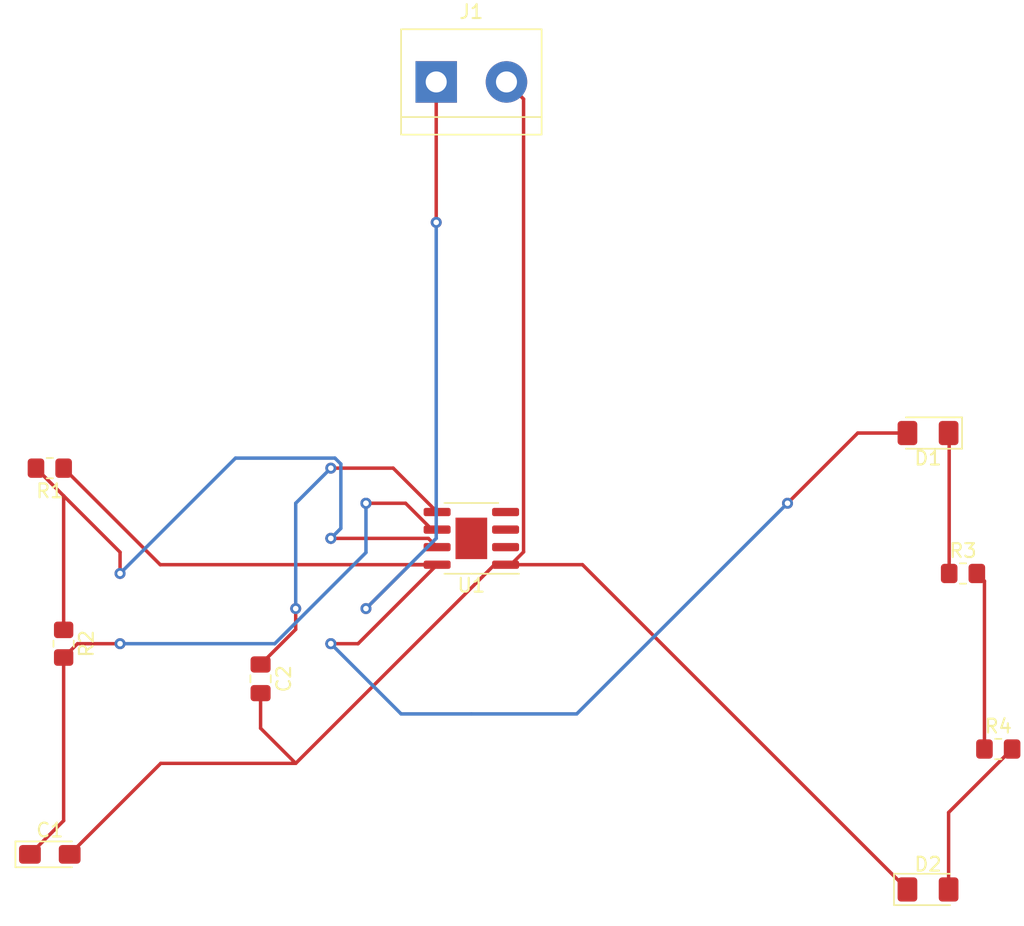
<source format=kicad_pcb>
(kicad_pcb (version 20211014) (generator pcbnew)
  (layers (0 "F.Cu" signal) (31 "B.Cu" signal) (34 "B.Paste" user) (35 "F.Paste" user) (36 "B.SilkS" user "B.Silkscreen") (37 "F.SilkS" user "F.Silkscreen") (38 "B.Mask" user) (39 "F.Mask" user) (44 "Edge.Cuts" user))
  (net 0 "")
  (net 1 "Net-(C1-Pad1)")
  (net 2 "GND")
  (net 3 "Net-(C2-Pad1)")
  (net 4 "Net-(D1-Pad1)")
  (net 5 "+9V")
  (net 6 "Net-(D2-Pad2)")
  (net 7 "Net-(R1-Pad2)")
  (net 8 "Net-(R3-Pad2)")
  (footprint "Capacitor_SMD:C_0805_2012Metric_Pad1.18x1.45mm_HandSolder" (layer "F.Cu") (at 134.62 88.9 -90)
    (fp_text reference "C2" (at 0 -1.68 90) (layer "F.SilkS"))
    (fp_text value "0.01microF")
    (fp_line (start -0.261252 -0.735) (end 0.261252 -0.735) (layer "F.SilkS") (width 0.12))
    (fp_line (start -0.261252 0.735) (end 0.261252 0.735) (layer "F.SilkS") (width 0.12))
    (pad "1" smd roundrect (at -1.0375 0 270) (size 1.175 1.45) (layers "F.Cu" "F.Paste" "F.Mask") (roundrect_rratio 0.212766) (net 3 "Net-(C2-Pad1)"))
    (pad "2" smd roundrect (at 1.0375 0 270) (size 1.175 1.45) (layers "F.Cu" "F.Paste" "F.Mask") (roundrect_rratio 0.212766) (net 2 "GND"))
  )
  (footprint "Resistor_SMD:R_0805_2012Metric_Pad1.20x1.40mm_HandSolder" (layer "F.Cu") (at 185.41 81.28)
    (fp_text reference "R3" (at 0 -1.65) (layer "F.SilkS"))
    (fp_text value "1k")
    (fp_line (start -0.227064 0.735) (end 0.227064 0.735) (layer "F.SilkS") (width 0.12))
    (fp_line (start -0.227064 -0.735) (end 0.227064 -0.735) (layer "F.SilkS") (width 0.12))
    (pad "1" smd roundrect (at -1 0) (size 1.2 1.4) (layers "F.Cu" "F.Paste" "F.Mask") (roundrect_rratio 0.208333) (net 4 "Net-(D1-Pad1)"))
    (pad "2" smd roundrect (at 1 0) (size 1.2 1.4) (layers "F.Cu" "F.Paste" "F.Mask") (roundrect_rratio 0.208333) (net 8 "Net-(R3-Pad2)"))
  )
  (footprint "Package_SO:SOIC-8-1EP_3.9x4.9mm_P1.27mm_EP2.29x3mm" (layer "F.Cu") (at 149.86 78.74 180)
    (fp_text reference "U1" (at 0 -3.4) (layer "F.SilkS"))
    (fp_text value "NE555D")
    (fp_line (start 0 2.56) (end 1.95 2.56) (layer "F.SilkS") (width 0.12))
    (fp_line (start 0 -2.56) (end 1.95 -2.56) (layer "F.SilkS") (width 0.12))
    (fp_line (start 0 2.56) (end -1.95 2.56) (layer "F.SilkS") (width 0.12))
    (fp_line (start 0 -2.56) (end -3.45 -2.56) (layer "F.SilkS") (width 0.12))
    (pad "1" smd roundrect (at -2.475 -1.905 180) (size 1.95 0.6) (layers "F.Cu" "F.Paste" "F.Mask") (net 2 "GND"))
    (pad "2" smd roundrect (at -2.475 -0.635 180) (size 1.95 0.6) (layers "F.Cu" "F.Paste" "F.Mask"))
    (pad "3" smd roundrect (at -2.475 0.635 180) (size 1.95 0.6) (layers "F.Cu" "F.Paste" "F.Mask"))
    (pad "4" smd roundrect (at -2.475 1.905 180) (size 1.95 0.6) (layers "F.Cu" "F.Paste" "F.Mask"))
    (pad "5" smd roundrect (at 2.475 1.905 180) (size 1.95 0.6) (layers "F.Cu" "F.Paste" "F.Mask") (net 3 "Net-(C2-Pad1)"))
    (pad "6" smd roundrect (at 2.475 0.635 180) (size 1.95 0.6) (layers "F.Cu" "F.Paste" "F.Mask") (net 1 "Net-(C1-Pad1)"))
    (pad "7" smd roundrect (at 2.475 -0.635 180) (size 1.95 0.6) (layers "F.Cu" "F.Paste" "F.Mask") (net 7 "Net-(R1-Pad2)"))
    (pad "8" smd roundrect (at 2.475 -1.905 180) (size 1.95 0.6) (layers "F.Cu" "F.Paste" "F.Mask") (net 5 "+9V"))
    (pad "9" smd rect (at 0 0 180) (size 2.29 3) (layers "F.Cu" "F.Mask"))
  )
  (footprint "Capacitor_Tantalum_SMD:CP_EIA-3216-18_Kemet-A_Pad1.58x1.35mm_HandSolder" (layer "F.Cu") (at 119.38 101.6)
    (fp_text reference "C1" (at 0 -1.75) (layer "F.SilkS"))
    (fp_text value "10microF")
    (fp_line (start 1.6 -0.935) (end -2.485 -0.935) (layer "F.SilkS") (width 0.12))
    (fp_line (start -2.485 -0.935) (end -2.485 0.935) (layer "F.SilkS") (width 0.12))
    (fp_line (start -2.485 0.935) (end 1.6 0.935) (layer "F.SilkS") (width 0.12))
    (pad "1" smd roundrect (at -1.4375 0) (size 1.575 1.35) (layers "F.Cu" "F.Paste" "F.Mask") (roundrect_rratio 0.185185) (net 1 "Net-(C1-Pad1)"))
    (pad "2" smd roundrect (at 1.4375 0) (size 1.575 1.35) (layers "F.Cu" "F.Paste" "F.Mask") (roundrect_rratio 0.185185) (net 2 "GND"))
  )
  (footprint "TerminalBlock:TerminalBlock_bornier-2_P5.08mm" (layer "F.Cu") (at 147.32 45.72)
    (fp_text reference "J1" (at 2.54 -5.08) (layer "F.SilkS"))
    (fp_text value "Conn_01x02_Male")
    (fp_line (start 7.62 3.81) (end 7.62 -3.81) (layer "F.SilkS") (width 0.12))
    (fp_line (start -2.54 3.81) (end 7.62 3.81) (layer "F.SilkS") (width 0.12))
    (fp_line (start 7.62 2.54) (end -2.54 2.54) (layer "F.SilkS") (width 0.12))
    (fp_line (start -2.54 -3.81) (end -2.54 3.81) (layer "F.SilkS") (width 0.12))
    (fp_line (start 7.62 -3.81) (end -2.54 -3.81) (layer "F.SilkS") (width 0.12))
    (pad "1" thru_hole rect (at 0 0) (size 3 3) (drill 1.52) (layers *.Cu *.Mask) (net 5 "+9V"))
    (pad "2" thru_hole circle (at 5.08 0) (size 3 3) (drill 1.52) (layers *.Cu *.Mask) (net 2 "GND"))
  )
  (footprint "Resistor_SMD:R_0805_2012Metric_Pad1.20x1.40mm_HandSolder" (layer "F.Cu") (at 119.38 73.66 180)
    (fp_text reference "R1" (at 0 -1.65) (layer "F.SilkS"))
    (fp_text value "1k")
    (fp_line (start -0.227064 0.735) (end 0.227064 0.735) (layer "F.SilkS") (width 0.12))
    (fp_line (start -0.227064 -0.735) (end 0.227064 -0.735) (layer "F.SilkS") (width 0.12))
    (pad "1" smd roundrect (at -1 0 180) (size 1.2 1.4) (layers "F.Cu" "F.Paste" "F.Mask") (roundrect_rratio 0.208333) (net 5 "+9V"))
    (pad "2" smd roundrect (at 1 0 180) (size 1.2 1.4) (layers "F.Cu" "F.Paste" "F.Mask") (roundrect_rratio 0.208333) (net 7 "Net-(R1-Pad2)"))
  )
  (footprint "LED_SMD:LED_1206_3216Metric_Pad1.42x1.75mm_HandSolder" (layer "F.Cu") (at 182.88 71.12 180)
    (fp_text reference "D1" (at 0 -1.82) (layer "F.SilkS"))
    (fp_text value "LED")
    (fp_line (start -2.46 -1.135) (end -2.46 1.135) (layer "F.SilkS") (width 0.12))
    (fp_line (start 1.6 -1.135) (end -2.46 -1.135) (layer "F.SilkS") (width 0.12))
    (fp_line (start -2.46 1.135) (end 1.6 1.135) (layer "F.SilkS") (width 0.12))
    (pad "1" smd roundrect (at -1.4875 0 180) (size 1.425 1.75) (layers "F.Cu" "F.Paste" "F.Mask") (roundrect_rratio 0.175439) (net 4 "Net-(D1-Pad1)"))
    (pad "2" smd roundrect (at 1.4875 0 180) (size 1.425 1.75) (layers "F.Cu" "F.Paste" "F.Mask") (roundrect_rratio 0.175439) (net 5 "+9V"))
  )
  (footprint "Resistor_SMD:R_0805_2012Metric_Pad1.20x1.40mm_HandSolder" (layer "F.Cu") (at 120.38 86.36 -90)
    (fp_text reference "R2" (at 0 -1.65 90) (layer "F.SilkS"))
    (fp_text value "10k")
    (fp_line (start -0.227064 -0.735) (end 0.227064 -0.735) (layer "F.SilkS") (width 0.12))
    (fp_line (start -0.227064 0.735) (end 0.227064 0.735) (layer "F.SilkS") (width 0.12))
    (pad "1" smd roundrect (at -1 0 270) (size 1.2 1.4) (layers "F.Cu" "F.Paste" "F.Mask") (roundrect_rratio 0.208333) (net 7 "Net-(R1-Pad2)"))
    (pad "2" smd roundrect (at 1 0 270) (size 1.2 1.4) (layers "F.Cu" "F.Paste" "F.Mask") (roundrect_rratio 0.208333) (net 1 "Net-(C1-Pad1)"))
  )
  (footprint "LED_SMD:LED_1206_3216Metric_Pad1.42x1.75mm_HandSolder" (layer "F.Cu") (at 182.88 104.14)
    (fp_text reference "D2" (at 0 -1.82) (layer "F.SilkS"))
    (fp_text value "LED")
    (fp_line (start -2.46 1.135) (end 1.6 1.135) (layer "F.SilkS") (width 0.12))
    (fp_line (start -2.46 -1.135) (end -2.46 1.135) (layer "F.SilkS") (width 0.12))
    (fp_line (start 1.6 -1.135) (end -2.46 -1.135) (layer "F.SilkS") (width 0.12))
    (pad "1" smd roundrect (at -1.4875 0) (size 1.425 1.75) (layers "F.Cu" "F.Paste" "F.Mask") (roundrect_rratio 0.175439) (net 2 "GND"))
    (pad "2" smd roundrect (at 1.4875 0) (size 1.425 1.75) (layers "F.Cu" "F.Paste" "F.Mask") (roundrect_rratio 0.175439) (net 6 "Net-(D2-Pad2)"))
  )
  (footprint "Resistor_SMD:R_0805_2012Metric_Pad1.20x1.40mm_HandSolder" (layer "F.Cu") (at 187.96 93.98)
    (fp_text reference "R4" (at 0 -1.65) (layer "F.SilkS"))
    (fp_text value "1k")
    (fp_line (start -0.227064 -0.735) (end 0.227064 -0.735) (layer "F.SilkS") (width 0.12))
    (fp_line (start -0.227064 0.735) (end 0.227064 0.735) (layer "F.SilkS") (width 0.12))
    (pad "1" smd roundrect (at -1 0) (size 1.2 1.4) (layers "F.Cu" "F.Paste" "F.Mask") (roundrect_rratio 0.208333) (net 8 "Net-(R3-Pad2)"))
    (pad "2" smd roundrect (at 1 0) (size 1.2 1.4) (layers "F.Cu" "F.Paste" "F.Mask") (roundrect_rratio 0.208333) (net 6 "Net-(D2-Pad2)"))
  )
  (segment (start 120.38 87.36) (end 121.38 86.36) (width 0.25) (layer "F.Cu") (net 1))
  (segment (start 120.38 99.1625) (end 117.9425 101.6) (width 0.25) (layer "F.Cu") (net 1))
  (segment (start 120.38 87.36) (end 120.38 99.1625) (width 0.25) (layer "F.Cu") (net 1))
  (segment (start 147.008249 78.105) (end 145.103249 76.2) (width 0.25) (layer "F.Cu") (net 1))
  (segment (start 145.103249 76.2) (end 142.24 76.2) (width 0.25) (layer "F.Cu") (net 1))
  (segment (start 147.385 78.105) (end 147.008249 78.105) (width 0.25) (layer "F.Cu") (net 1))
  (segment (start 121.38 86.36) (end 124.46 86.36) (width 0.25) (layer "F.Cu") (net 1))
  (via (at 142.24 76.2) (size 0.8) (drill 0.4) (layers "F.Cu" "B.Cu") (net 1))
  (via (at 124.46 86.36) (size 0.8) (drill 0.4) (layers "F.Cu" "B.Cu") (net 1))
  (via (at 142.24 76.2) (size 0.8) (drill 0.4) (layers "F.Cu" "B.Cu") (net 1))
  (segment (start 142.24 79.765305) (end 135.645305 86.36) (width 0.25) (layer "B.Cu") (net 1))
  (segment (start 142.24 76.2) (end 142.24 79.765305) (width 0.25) (layer "B.Cu") (net 1))
  (segment (start 135.645305 86.36) (end 124.46 86.36) (width 0.25) (layer "B.Cu") (net 1))
  (segment (start 151.5325 80.645) (end 137.16 95.0175) (width 0.25) (layer "F.Cu") (net 2))
  (segment (start 157.8975 80.645) (end 181.3925 104.14) (width 0.25) (layer "F.Cu") (net 2))
  (segment (start 152.335 80.645) (end 152.711751 80.645) (width 0.25) (layer "F.Cu") (net 2))
  (segment (start 152.335 80.645) (end 157.8975 80.645) (width 0.25) (layer "F.Cu") (net 2))
  (segment (start 137.16 95.0175) (end 134.62 92.4775) (width 0.25) (layer "F.Cu") (net 2))
  (segment (start 153.635 79.721751) (end 153.635 46.955) (width 0.25) (layer "F.Cu") (net 2))
  (segment (start 152.711751 80.645) (end 153.635 79.721751) (width 0.25) (layer "F.Cu") (net 2))
  (segment (start 153.635 46.955) (end 152.4 45.72) (width 0.25) (layer "F.Cu") (net 2))
  (segment (start 152.335 80.645) (end 151.5325 80.645) (width 0.25) (layer "F.Cu") (net 2))
  (segment (start 134.62 92.4775) (end 134.62 89.9375) (width 0.25) (layer "F.Cu") (net 2))
  (segment (start 127.4 95.0175) (end 120.8175 101.6) (width 0.25) (layer "F.Cu") (net 2))
  (segment (start 137.16 95.0175) (end 127.4 95.0175) (width 0.25) (layer "F.Cu") (net 2))
  (segment (start 134.62 87.8625) (end 137.16 85.3225) (width 0.25) (layer "F.Cu") (net 3))
  (segment (start 147.385 76.835) (end 144.21 73.66) (width 0.25) (layer "F.Cu") (net 3))
  (segment (start 144.21 73.66) (end 139.7 73.66) (width 0.25) (layer "F.Cu") (net 3))
  (segment (start 137.16 85.3225) (end 137.16 83.82) (width 0.25) (layer "F.Cu") (net 3))
  (via (at 137.16 83.82) (size 0.8) (drill 0.4) (layers "F.Cu" "B.Cu") (net 3))
  (via (at 139.7 73.66) (size 0.8) (drill 0.4) (layers "F.Cu" "B.Cu") (net 3))
  (segment (start 137.16 76.2) (end 139.7 73.66) (width 0.25) (layer "B.Cu") (net 3))
  (segment (start 137.16 83.82) (end 137.16 76.2) (width 0.25) (layer "B.Cu") (net 3))
  (segment (start 184.41 71.1625) (end 184.3675 71.12) (width 0.25) (layer "F.Cu") (net 4))
  (segment (start 184.41 81.28) (end 184.41 71.1625) (width 0.25) (layer "F.Cu") (net 4))
  (segment (start 147.32 45.72) (end 147.32 55.88) (width 0.25) (layer "F.Cu") (net 5))
  (segment (start 127.365 80.645) (end 120.38 73.66) (width 0.25) (layer "F.Cu") (net 5))
  (segment (start 181.3925 71.12) (end 177.8 71.12) (width 0.25) (layer "F.Cu") (net 5))
  (segment (start 147.385 80.645) (end 127.365 80.645) (width 0.25) (layer "F.Cu") (net 5))
  (segment (start 145.415 80.645) (end 142.24 83.82) (width 0.25) (layer "F.Cu") (net 5))
  (segment (start 177.8 71.12) (end 172.72 76.2) (width 0.25) (layer "F.Cu") (net 5))
  (segment (start 147.385 80.645) (end 145.415 80.645) (width 0.25) (layer "F.Cu") (net 5))
  (segment (start 141.67 86.36) (end 139.7 86.36) (width 0.25) (layer "F.Cu") (net 5))
  (segment (start 147.385 80.645) (end 141.67 86.36) (width 0.25) (layer "F.Cu") (net 5))
  (via (at 147.32 55.88) (size 0.8) (drill 0.4) (layers "F.Cu" "B.Cu") (net 5))
  (via (at 139.7 86.36) (size 0.8) (drill 0.4) (layers "F.Cu" "B.Cu") (net 5))
  (via (at 142.24 83.82) (size 0.8) (drill 0.4) (layers "F.Cu" "B.Cu") (net 5))
  (via (at 139.7 86.36) (size 0.8) (drill 0.4) (layers "F.Cu" "B.Cu") (net 5))
  (via (at 172.72 76.2) (size 0.8) (drill 0.4) (layers "F.Cu" "B.Cu") (net 5))
  (segment (start 147.32 78.74) (end 142.24 83.82) (width 0.25) (layer "B.Cu") (net 5))
  (segment (start 157.48 91.44) (end 149.86 91.44) (width 0.25) (layer "B.Cu") (net 5))
  (segment (start 172.72 76.2) (end 157.48 91.44) (width 0.25) (layer "B.Cu") (net 5))
  (segment (start 144.78 91.44) (end 139.7 86.36) (width 0.25) (layer "B.Cu") (net 5))
  (segment (start 147.32 55.88) (end 147.32 78.74) (width 0.25) (layer "B.Cu") (net 5))
  (segment (start 149.86 91.44) (end 144.78 91.44) (width 0.25) (layer "B.Cu") (net 5))
  (segment (start 184.3675 104.14) (end 184.3675 98.5725) (width 0.25) (layer "F.Cu") (net 6))
  (segment (start 184.3675 98.5725) (end 188.96 93.98) (width 0.25) (layer "F.Cu") (net 6))
  (segment (start 120.38 75.66) (end 118.38 73.66) (width 0.25) (layer "F.Cu") (net 7))
  (segment (start 120.38 75.66) (end 124.46 79.74) (width 0.25) (layer "F.Cu") (net 7))
  (segment (start 146.75 78.74) (end 139.7 78.74) (width 0.25) (layer "F.Cu") (net 7))
  (segment (start 147.385 79.375) (end 146.75 78.74) (width 0.25) (layer "F.Cu") (net 7))
  (segment (start 120.38 85.36) (end 120.38 75.66) (width 0.25) (layer "F.Cu") (net 7))
  (segment (start 124.46 79.74) (end 124.46 81.28) (width 0.25) (layer "F.Cu") (net 7))
  (via (at 139.7 78.74) (size 0.8) (drill 0.4) (layers "F.Cu" "B.Cu") (net 7))
  (via (at 139.7 78.74) (size 0.8) (drill 0.4) (layers "F.Cu" "B.Cu") (net 7))
  (via (at 124.46 81.28) (size 0.8) (drill 0.4) (layers "F.Cu" "B.Cu") (net 7))
  (segment (start 140.425 73.359695) (end 140.000305 72.935) (width 0.25) (layer "B.Cu") (net 7))
  (segment (start 140.000305 72.935) (end 132.805 72.935) (width 0.25) (layer "B.Cu") (net 7))
  (segment (start 139.7 78.74) (end 140.425 78.015) (width 0.25) (layer "B.Cu") (net 7))
  (segment (start 132.805 72.935) (end 124.46 81.28) (width 0.25) (layer "B.Cu") (net 7))
  (segment (start 140.425 78.015) (end 140.425 73.359695) (width 0.25) (layer "B.Cu") (net 7))
  (segment (start 186.96 93.98) (end 186.96 81.83) (width 0.25) (layer "F.Cu") (net 8))
  (segment (start 186.96 81.83) (end 186.41 81.28) (width 0.25) (layer "F.Cu") (net 8))
)
</source>
